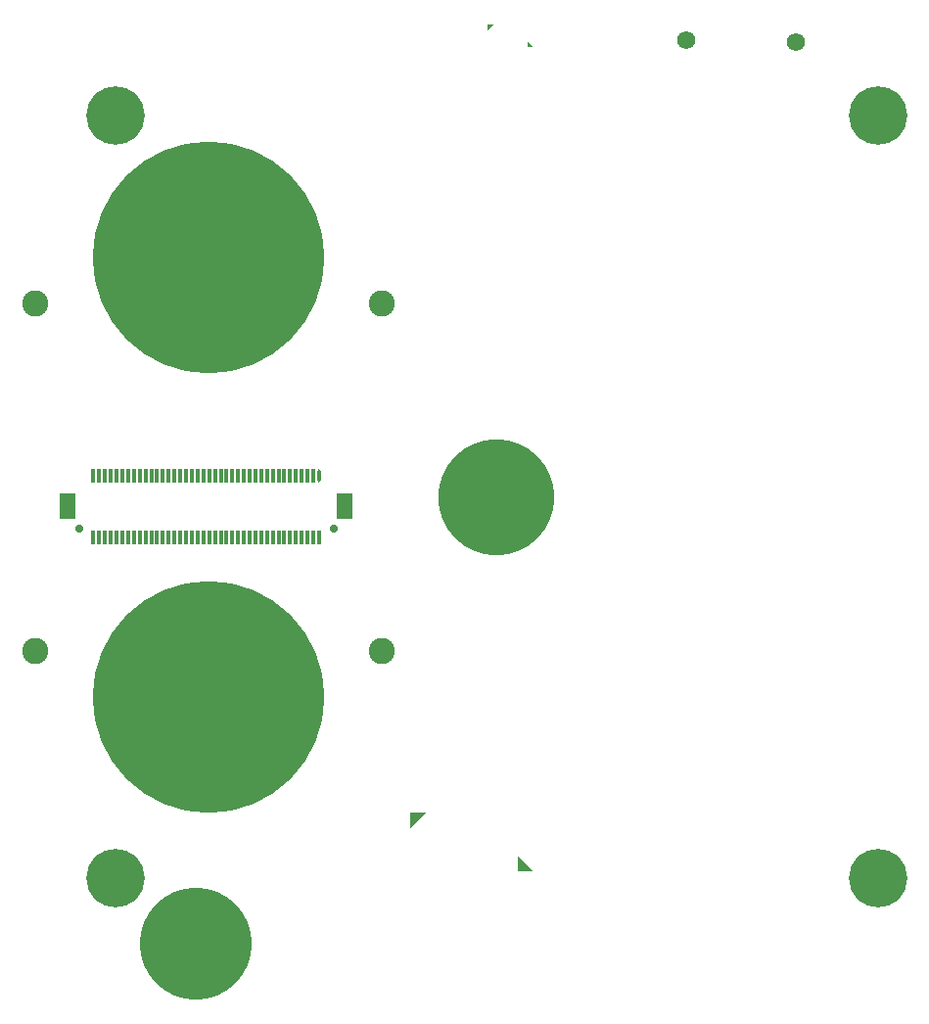
<source format=gts>
G04 Layer_Color=8388736*
%FSLAX42Y42*%
%MOMM*%
G71*
G01*
G75*
%ADD31R,0.30X1.17*%
G04:AMPARAMS|DCode=32|XSize=0.3mm|YSize=1.17mm|CornerRadius=0.15mm|HoleSize=0mm|Usage=FLASHONLY|Rotation=0.000|XOffset=0mm|YOffset=0mm|HoleType=Round|Shape=RoundedRectangle|*
%AMROUNDEDRECTD32*
21,1,0.30,0.86,0,0,0.0*
21,1,0.00,1.17,0,0,0.0*
1,1,0.30,0.00,-0.43*
1,1,0.30,0.00,-0.43*
1,1,0.30,0.00,0.43*
1,1,0.30,0.00,0.43*
%
%ADD32ROUNDEDRECTD32*%
%ADD33R,1.47X2.16*%
%ADD34C,1.57*%
%ADD35C,2.26*%
%ADD36C,0.71*%
%ADD37C,5.05*%
%ADD38C,20.05*%
%ADD39C,10.05*%
%ADD40C,9.69*%
G36*
X10754Y8635D02*
Y8770D01*
X10889D01*
X10754Y8635D01*
D02*
G37*
G36*
X11815Y8261D02*
X11680D01*
Y8395D01*
X11815Y8261D01*
D02*
G37*
G36*
X11421Y15535D02*
Y15585D01*
X11472D01*
X11421Y15535D01*
D02*
G37*
G36*
X11817Y15395D02*
X11767D01*
Y15445D01*
X11817Y15395D01*
D02*
G37*
D31*
X9162Y11684D02*
D03*
X9213D02*
D03*
X9914D02*
D03*
X9863D02*
D03*
X9812D02*
D03*
X9764D02*
D03*
X9713D02*
D03*
X9662D02*
D03*
X9614D02*
D03*
X9563D02*
D03*
X9512D02*
D03*
X9464D02*
D03*
X9413D02*
D03*
X9362D02*
D03*
X9312D02*
D03*
X9263D02*
D03*
X9114D02*
D03*
X9063D02*
D03*
X9012D02*
D03*
X8962D02*
D03*
X8912D02*
D03*
X8862D02*
D03*
X8812D02*
D03*
X8762D02*
D03*
X8712D02*
D03*
X8662D02*
D03*
X8612D02*
D03*
X8562D02*
D03*
X8512D02*
D03*
X9962Y11152D02*
D03*
X9914D02*
D03*
X9863D02*
D03*
X9812D02*
D03*
X9764D02*
D03*
X9713D02*
D03*
X9662D02*
D03*
X9614D02*
D03*
X9563D02*
D03*
X9512D02*
D03*
X9464D02*
D03*
X9413D02*
D03*
X9362D02*
D03*
X9312D02*
D03*
X9263D02*
D03*
X9213D02*
D03*
X9162D02*
D03*
X9114D02*
D03*
X9063D02*
D03*
X9012D02*
D03*
X8962D02*
D03*
X8912D02*
D03*
X8862D02*
D03*
X8812D02*
D03*
X8762D02*
D03*
X8712D02*
D03*
X8662D02*
D03*
X8612D02*
D03*
X8562D02*
D03*
X8512D02*
D03*
X8462Y11684D02*
D03*
Y11152D02*
D03*
X8412Y11684D02*
D03*
Y11152D02*
D03*
X8362Y11684D02*
D03*
Y11152D02*
D03*
X8312Y11684D02*
D03*
Y11152D02*
D03*
X8262Y11684D02*
D03*
Y11152D02*
D03*
X8212Y11684D02*
D03*
Y11152D02*
D03*
X8162Y11684D02*
D03*
Y11152D02*
D03*
X8112Y11684D02*
D03*
Y11152D02*
D03*
X8062Y11684D02*
D03*
Y11152D02*
D03*
X8012Y11684D02*
D03*
Y11152D02*
D03*
D32*
X9962Y11684D02*
D03*
D33*
X7787Y11417D02*
D03*
X10188D02*
D03*
D34*
X14089Y15436D02*
D03*
X13142Y15448D02*
D03*
D35*
X10508Y10170D02*
D03*
X7508Y13170D02*
D03*
Y10170D02*
D03*
X10508Y13170D02*
D03*
D36*
X7887Y11227D02*
D03*
X10089D02*
D03*
D03*
X7887D02*
D03*
D37*
X14796Y14796D02*
D03*
X8204D02*
D03*
X14796Y8204D02*
D03*
X8204Y8204D02*
D03*
D38*
X9008Y13570D02*
D03*
Y9770D02*
D03*
D39*
X11500Y11500D02*
D03*
D40*
X8898Y7637D02*
D03*
M02*

</source>
